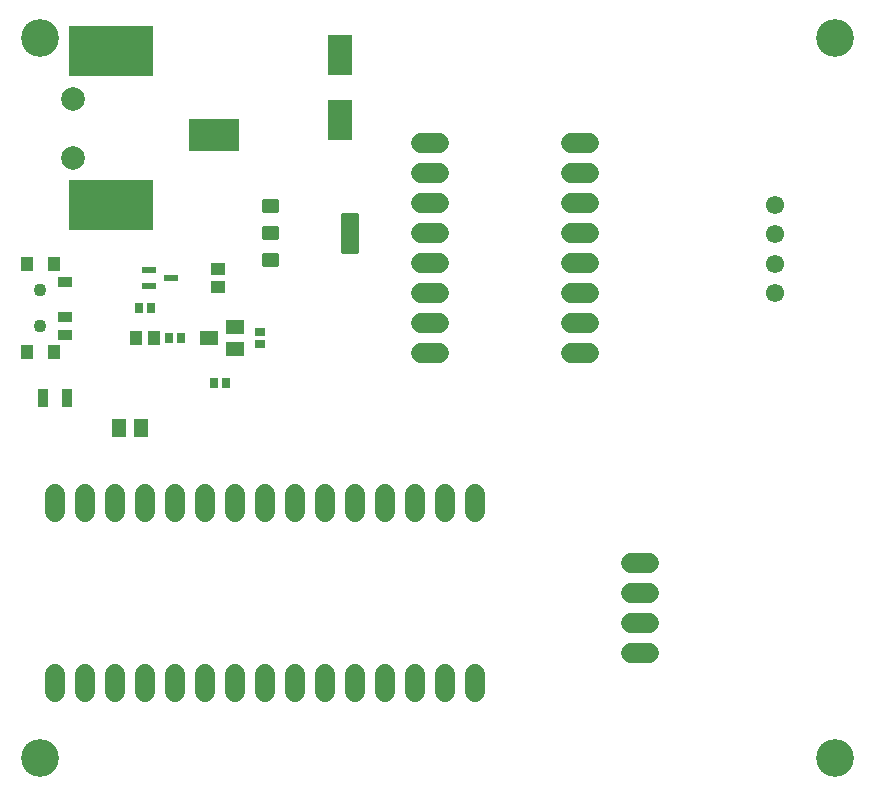
<source format=gbr>
G04 EAGLE Gerber RS-274X export*
G75*
%MOMM*%
%FSLAX34Y34*%
%LPD*%
%INSoldermask Top*%
%IPPOS*%
%AMOC8*
5,1,8,0,0,1.08239X$1,22.5*%
G01*
G04 Define Apertures*
%ADD10C,3.203200*%
%ADD11C,1.551200*%
%ADD12C,0.339959*%
%ADD13C,0.393431*%
%ADD14C,1.727200*%
%ADD15R,2.006600X3.505200*%
%ADD16R,4.203200X2.703200*%
%ADD17R,7.203200X4.203200*%
%ADD18C,2.003200*%
%ADD19R,1.234400X1.623400*%
%ADD20R,1.283200X0.633200*%
%ADD21R,0.847200X0.738300*%
%ADD22R,0.738300X0.847200*%
%ADD23R,1.173400X1.124100*%
%ADD24R,1.124100X1.173400*%
%ADD25R,1.303200X0.903200*%
%ADD26R,1.003200X1.203200*%
%ADD27C,1.103200*%
%ADD28R,1.603200X1.203200*%
%ADD29R,0.965000X1.565000*%
D10*
X25400Y774700D03*
X698500Y774700D03*
X698500Y165100D03*
X25400Y165100D03*
D11*
X647700Y558800D03*
X647700Y583800D03*
X647700Y608800D03*
X647700Y633800D03*
D12*
X214684Y636466D02*
X214684Y628534D01*
X214684Y636466D02*
X226416Y636466D01*
X226416Y628534D01*
X214684Y628534D01*
X214684Y631764D02*
X226416Y631764D01*
X226416Y634994D02*
X214684Y634994D01*
X214684Y613566D02*
X214684Y605634D01*
X214684Y613566D02*
X226416Y613566D01*
X226416Y605634D01*
X214684Y605634D01*
X214684Y608864D02*
X226416Y608864D01*
X226416Y612094D02*
X214684Y612094D01*
X214684Y590666D02*
X214684Y582734D01*
X214684Y590666D02*
X226416Y590666D01*
X226416Y582734D01*
X214684Y582734D01*
X214684Y585964D02*
X226416Y585964D01*
X226416Y589194D02*
X214684Y589194D01*
D13*
X281851Y594351D02*
X281851Y624849D01*
X293049Y624849D01*
X293049Y594351D01*
X281851Y594351D01*
X281851Y598088D02*
X293049Y598088D01*
X293049Y601825D02*
X281851Y601825D01*
X281851Y605562D02*
X293049Y605562D01*
X293049Y609299D02*
X281851Y609299D01*
X281851Y613036D02*
X293049Y613036D01*
X293049Y616773D02*
X281851Y616773D01*
X281851Y620510D02*
X293049Y620510D01*
X293049Y624247D02*
X281851Y624247D01*
D14*
X38100Y236220D02*
X38100Y220980D01*
X63500Y220980D02*
X63500Y236220D01*
X88900Y236220D02*
X88900Y220980D01*
X114300Y220980D02*
X114300Y236220D01*
X139700Y236220D02*
X139700Y220980D01*
X165100Y220980D02*
X165100Y236220D01*
X190500Y236220D02*
X190500Y220980D01*
X215900Y220980D02*
X215900Y236220D01*
X241300Y236220D02*
X241300Y220980D01*
X266700Y220980D02*
X266700Y236220D01*
X292100Y236220D02*
X292100Y220980D01*
X317500Y220980D02*
X317500Y236220D01*
X342900Y236220D02*
X342900Y220980D01*
X368300Y220980D02*
X368300Y236220D01*
X393700Y236220D02*
X393700Y220980D01*
X38100Y373380D02*
X38100Y388620D01*
X63500Y388620D02*
X63500Y373380D01*
X88900Y373380D02*
X88900Y388620D01*
X114300Y388620D02*
X114300Y373380D01*
X139700Y373380D02*
X139700Y388620D01*
X165100Y388620D02*
X165100Y373380D01*
X190500Y373380D02*
X190500Y388620D01*
X215900Y388620D02*
X215900Y373380D01*
X241300Y373380D02*
X241300Y388620D01*
X266700Y388620D02*
X266700Y373380D01*
X292100Y373380D02*
X292100Y388620D01*
X317500Y388620D02*
X317500Y373380D01*
X342900Y373380D02*
X342900Y388620D01*
X368300Y388620D02*
X368300Y373380D01*
X393700Y373380D02*
X393700Y388620D01*
X525780Y254000D02*
X541020Y254000D01*
X541020Y279400D02*
X525780Y279400D01*
X525780Y304800D02*
X541020Y304800D01*
X541020Y330200D02*
X525780Y330200D01*
X363220Y685800D02*
X347980Y685800D01*
X347980Y660400D02*
X363220Y660400D01*
X363220Y635000D02*
X347980Y635000D01*
X347980Y609600D02*
X363220Y609600D01*
X363220Y584200D02*
X347980Y584200D01*
X347980Y558800D02*
X363220Y558800D01*
X363220Y533400D02*
X347980Y533400D01*
X347980Y508000D02*
X363220Y508000D01*
X474980Y508000D02*
X490220Y508000D01*
X490220Y533400D02*
X474980Y533400D01*
X474980Y558800D02*
X490220Y558800D01*
X490220Y584200D02*
X474980Y584200D01*
X474980Y609600D02*
X490220Y609600D01*
X490220Y635000D02*
X474980Y635000D01*
X474980Y660400D02*
X490220Y660400D01*
X490220Y685800D02*
X474980Y685800D01*
D15*
X279400Y705512D03*
X279400Y760630D03*
D16*
X173060Y692500D03*
D17*
X85560Y763500D03*
X85560Y633500D03*
D18*
X53060Y723500D03*
X53060Y673500D03*
D19*
X92405Y444500D03*
X110795Y444500D03*
D20*
X136300Y571500D03*
X117700Y578000D03*
X117700Y565000D03*
D21*
X211506Y525775D03*
X211506Y515625D03*
D22*
X182875Y482600D03*
X172725Y482600D03*
X109225Y546100D03*
X119375Y546100D03*
X144775Y520700D03*
X134625Y520700D03*
D23*
X176375Y579246D03*
X176375Y563754D03*
D24*
X122046Y520700D03*
X106554Y520700D03*
D25*
X46160Y568600D03*
X46160Y538600D03*
X46160Y523600D03*
D26*
X14160Y508600D03*
X14160Y583600D03*
X37160Y583600D03*
X37160Y508600D03*
D27*
X25660Y531100D03*
X25660Y561100D03*
D28*
X168675Y520700D03*
X190675Y511200D03*
X190675Y530200D03*
D29*
X27850Y469900D03*
X48350Y469900D03*
M02*

</source>
